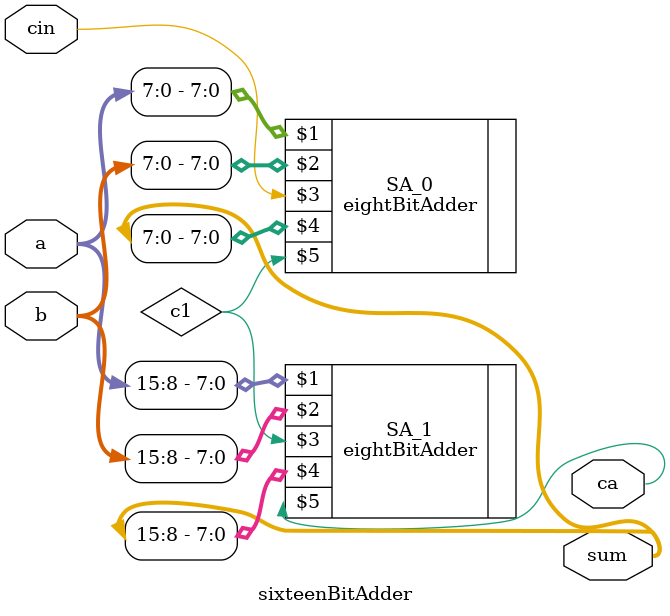
<source format=v>
`include "eightBitAdder.v"

module sixteenBitAdder (a,b,cin,sum,ca);
input [15:0] a,b;
input cin;

output [15:0]sum;
output ca;

wire c1;

eightBitAdder SA_0(a[7:0],b[7:0],cin,sum[7:0],c1);
eightBitAdder SA_1(a[15:8],b[15:8],c1,sum[15:8],ca);

endmodule

</source>
